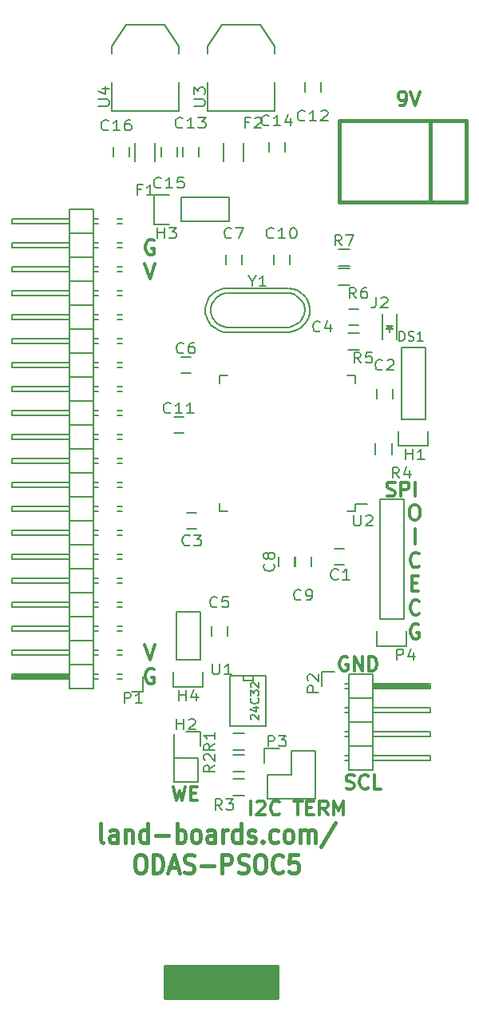
<source format=gbr>
G04 #@! TF.FileFunction,Legend,Top*
%FSLAX46Y46*%
G04 Gerber Fmt 4.6, Leading zero omitted, Abs format (unit mm)*
G04 Created by KiCad (PCBNEW 4.0.1-stable) date 12/18/2016 7:56:37 PM*
%MOMM*%
G01*
G04 APERTURE LIST*
%ADD10C,0.100000*%
%ADD11C,0.300000*%
%ADD12C,0.450000*%
%ADD13C,0.150000*%
%ADD14C,0.127000*%
%ADD15C,0.381000*%
%ADD16C,0.203200*%
%ADD17C,0.635000*%
%ADD18C,0.190500*%
%ADD19C,0.152400*%
G04 APERTURE END LIST*
D10*
D11*
X36128143Y-97198571D02*
X36128143Y-95698571D01*
X36771000Y-95841429D02*
X36842429Y-95770000D01*
X36985286Y-95698571D01*
X37342429Y-95698571D01*
X37485286Y-95770000D01*
X37556715Y-95841429D01*
X37628143Y-95984286D01*
X37628143Y-96127143D01*
X37556715Y-96341429D01*
X36699572Y-97198571D01*
X37628143Y-97198571D01*
X39128143Y-97055714D02*
X39056714Y-97127143D01*
X38842428Y-97198571D01*
X38699571Y-97198571D01*
X38485286Y-97127143D01*
X38342428Y-96984286D01*
X38271000Y-96841429D01*
X38199571Y-96555714D01*
X38199571Y-96341429D01*
X38271000Y-96055714D01*
X38342428Y-95912857D01*
X38485286Y-95770000D01*
X38699571Y-95698571D01*
X38842428Y-95698571D01*
X39056714Y-95770000D01*
X39128143Y-95841429D01*
X40699571Y-95698571D02*
X41556714Y-95698571D01*
X41128143Y-97198571D02*
X41128143Y-95698571D01*
X42056714Y-96412857D02*
X42556714Y-96412857D01*
X42771000Y-97198571D02*
X42056714Y-97198571D01*
X42056714Y-95698571D01*
X42771000Y-95698571D01*
X44271000Y-97198571D02*
X43771000Y-96484286D01*
X43413857Y-97198571D02*
X43413857Y-95698571D01*
X43985285Y-95698571D01*
X44128143Y-95770000D01*
X44199571Y-95841429D01*
X44271000Y-95984286D01*
X44271000Y-96198571D01*
X44199571Y-96341429D01*
X44128143Y-96412857D01*
X43985285Y-96484286D01*
X43413857Y-96484286D01*
X44913857Y-97198571D02*
X44913857Y-95698571D01*
X45413857Y-96770000D01*
X45913857Y-95698571D01*
X45913857Y-97198571D01*
X25815774Y-36299000D02*
X25664583Y-36223405D01*
X25437798Y-36223405D01*
X25211012Y-36299000D01*
X25059821Y-36450190D01*
X24984226Y-36601381D01*
X24908631Y-36903762D01*
X24908631Y-37130548D01*
X24984226Y-37432929D01*
X25059821Y-37584119D01*
X25211012Y-37735310D01*
X25437798Y-37810905D01*
X25588988Y-37810905D01*
X25815774Y-37735310D01*
X25891369Y-37659714D01*
X25891369Y-37130548D01*
X25588988Y-37130548D01*
X24870833Y-38745905D02*
X25400000Y-40333405D01*
X25929167Y-38745905D01*
X50534286Y-63345143D02*
X50748572Y-63416571D01*
X51105715Y-63416571D01*
X51248572Y-63345143D01*
X51320001Y-63273714D01*
X51391429Y-63130857D01*
X51391429Y-62988000D01*
X51320001Y-62845143D01*
X51248572Y-62773714D01*
X51105715Y-62702286D01*
X50820001Y-62630857D01*
X50677143Y-62559429D01*
X50605715Y-62488000D01*
X50534286Y-62345143D01*
X50534286Y-62202286D01*
X50605715Y-62059429D01*
X50677143Y-61988000D01*
X50820001Y-61916571D01*
X51177143Y-61916571D01*
X51391429Y-61988000D01*
X52034286Y-63416571D02*
X52034286Y-61916571D01*
X52605714Y-61916571D01*
X52748572Y-61988000D01*
X52820000Y-62059429D01*
X52891429Y-62202286D01*
X52891429Y-62416571D01*
X52820000Y-62559429D01*
X52748572Y-62630857D01*
X52605714Y-62702286D01*
X52034286Y-62702286D01*
X53534286Y-63416571D02*
X53534286Y-61916571D01*
X53348810Y-64324405D02*
X53651191Y-64324405D01*
X53802382Y-64400000D01*
X53953572Y-64551190D01*
X54029167Y-64853571D01*
X54029167Y-65382738D01*
X53953572Y-65685119D01*
X53802382Y-65836310D01*
X53651191Y-65911905D01*
X53348810Y-65911905D01*
X53197620Y-65836310D01*
X53046429Y-65685119D01*
X52970834Y-65382738D01*
X52970834Y-64853571D01*
X53046429Y-64551190D01*
X53197620Y-64400000D01*
X53348810Y-64324405D01*
X53500000Y-68434405D02*
X53500000Y-66846905D01*
X53991369Y-70805714D02*
X53915774Y-70881310D01*
X53688988Y-70956905D01*
X53537798Y-70956905D01*
X53311012Y-70881310D01*
X53159821Y-70730119D01*
X53084226Y-70578929D01*
X53008631Y-70276548D01*
X53008631Y-70049762D01*
X53084226Y-69747381D01*
X53159821Y-69596190D01*
X53311012Y-69445000D01*
X53537798Y-69369405D01*
X53688988Y-69369405D01*
X53915774Y-69445000D01*
X53991369Y-69520595D01*
X53159821Y-72647857D02*
X53688988Y-72647857D01*
X53915774Y-73479405D02*
X53159821Y-73479405D01*
X53159821Y-71891905D01*
X53915774Y-71891905D01*
X53991369Y-75850714D02*
X53915774Y-75926310D01*
X53688988Y-76001905D01*
X53537798Y-76001905D01*
X53311012Y-75926310D01*
X53159821Y-75775119D01*
X53084226Y-75623929D01*
X53008631Y-75321548D01*
X53008631Y-75094762D01*
X53084226Y-74792381D01*
X53159821Y-74641190D01*
X53311012Y-74490000D01*
X53537798Y-74414405D01*
X53688988Y-74414405D01*
X53915774Y-74490000D01*
X53991369Y-74565595D01*
X53915774Y-77012500D02*
X53764583Y-76936905D01*
X53537798Y-76936905D01*
X53311012Y-77012500D01*
X53159821Y-77163690D01*
X53084226Y-77314881D01*
X53008631Y-77617262D01*
X53008631Y-77844048D01*
X53084226Y-78146429D01*
X53159821Y-78297619D01*
X53311012Y-78448810D01*
X53537798Y-78524405D01*
X53688988Y-78524405D01*
X53915774Y-78448810D01*
X53991369Y-78373214D01*
X53991369Y-77844048D01*
X53688988Y-77844048D01*
X46214286Y-94357143D02*
X46428572Y-94428571D01*
X46785715Y-94428571D01*
X46928572Y-94357143D01*
X47000001Y-94285714D01*
X47071429Y-94142857D01*
X47071429Y-94000000D01*
X47000001Y-93857143D01*
X46928572Y-93785714D01*
X46785715Y-93714286D01*
X46500001Y-93642857D01*
X46357143Y-93571429D01*
X46285715Y-93500000D01*
X46214286Y-93357143D01*
X46214286Y-93214286D01*
X46285715Y-93071429D01*
X46357143Y-93000000D01*
X46500001Y-92928571D01*
X46857143Y-92928571D01*
X47071429Y-93000000D01*
X48571429Y-94285714D02*
X48500000Y-94357143D01*
X48285714Y-94428571D01*
X48142857Y-94428571D01*
X47928572Y-94357143D01*
X47785714Y-94214286D01*
X47714286Y-94071429D01*
X47642857Y-93785714D01*
X47642857Y-93571429D01*
X47714286Y-93285714D01*
X47785714Y-93142857D01*
X47928572Y-93000000D01*
X48142857Y-92928571D01*
X48285714Y-92928571D01*
X48500000Y-93000000D01*
X48571429Y-93071429D01*
X49928572Y-94428571D02*
X49214286Y-94428571D01*
X49214286Y-92928571D01*
X46357143Y-80500000D02*
X46214286Y-80428571D01*
X46000000Y-80428571D01*
X45785715Y-80500000D01*
X45642857Y-80642857D01*
X45571429Y-80785714D01*
X45500000Y-81071429D01*
X45500000Y-81285714D01*
X45571429Y-81571429D01*
X45642857Y-81714286D01*
X45785715Y-81857143D01*
X46000000Y-81928571D01*
X46142857Y-81928571D01*
X46357143Y-81857143D01*
X46428572Y-81785714D01*
X46428572Y-81285714D01*
X46142857Y-81285714D01*
X47071429Y-81928571D02*
X47071429Y-80428571D01*
X47928572Y-81928571D01*
X47928572Y-80428571D01*
X48642858Y-81928571D02*
X48642858Y-80428571D01*
X49000001Y-80428571D01*
X49214286Y-80500000D01*
X49357144Y-80642857D01*
X49428572Y-80785714D01*
X49500001Y-81071429D01*
X49500001Y-81285714D01*
X49428572Y-81571429D01*
X49357144Y-81714286D01*
X49214286Y-81857143D01*
X49000001Y-81928571D01*
X48642858Y-81928571D01*
X27888572Y-94174571D02*
X28245715Y-95674571D01*
X28531429Y-94603143D01*
X28817143Y-95674571D01*
X29174286Y-94174571D01*
X29745715Y-94888857D02*
X30245715Y-94888857D01*
X30460001Y-95674571D02*
X29745715Y-95674571D01*
X29745715Y-94174571D01*
X30460001Y-94174571D01*
X24870833Y-79149405D02*
X25400000Y-80736905D01*
X25929167Y-79149405D01*
X25815774Y-81747500D02*
X25664583Y-81671905D01*
X25437798Y-81671905D01*
X25211012Y-81747500D01*
X25059821Y-81898690D01*
X24984226Y-82049881D01*
X24908631Y-82352262D01*
X24908631Y-82579048D01*
X24984226Y-82881429D01*
X25059821Y-83032619D01*
X25211012Y-83183810D01*
X25437798Y-83259405D01*
X25588988Y-83259405D01*
X25815774Y-83183810D01*
X25891369Y-83108214D01*
X25891369Y-82579048D01*
X25588988Y-82579048D01*
X51903429Y-22014571D02*
X52189144Y-22014571D01*
X52332001Y-21943143D01*
X52403429Y-21871714D01*
X52546287Y-21657429D01*
X52617715Y-21371714D01*
X52617715Y-20800286D01*
X52546287Y-20657429D01*
X52474858Y-20586000D01*
X52332001Y-20514571D01*
X52046287Y-20514571D01*
X51903429Y-20586000D01*
X51832001Y-20657429D01*
X51760572Y-20800286D01*
X51760572Y-21157429D01*
X51832001Y-21300286D01*
X51903429Y-21371714D01*
X52046287Y-21443143D01*
X52332001Y-21443143D01*
X52474858Y-21371714D01*
X52546287Y-21300286D01*
X52617715Y-21157429D01*
X53046286Y-20514571D02*
X53546286Y-22014571D01*
X54046286Y-20514571D01*
D12*
X20469145Y-100117762D02*
X20297717Y-100022524D01*
X20212002Y-99832048D01*
X20212002Y-98117762D01*
X21926288Y-100117762D02*
X21926288Y-99070143D01*
X21840574Y-98879667D01*
X21669145Y-98784429D01*
X21326288Y-98784429D01*
X21154859Y-98879667D01*
X21926288Y-100022524D02*
X21754859Y-100117762D01*
X21326288Y-100117762D01*
X21154859Y-100022524D01*
X21069145Y-99832048D01*
X21069145Y-99641571D01*
X21154859Y-99451095D01*
X21326288Y-99355857D01*
X21754859Y-99355857D01*
X21926288Y-99260619D01*
X22783430Y-98784429D02*
X22783430Y-100117762D01*
X22783430Y-98974905D02*
X22869145Y-98879667D01*
X23040573Y-98784429D01*
X23297716Y-98784429D01*
X23469145Y-98879667D01*
X23554859Y-99070143D01*
X23554859Y-100117762D01*
X25183430Y-100117762D02*
X25183430Y-98117762D01*
X25183430Y-100022524D02*
X25012001Y-100117762D01*
X24669144Y-100117762D01*
X24497716Y-100022524D01*
X24412001Y-99927286D01*
X24326287Y-99736810D01*
X24326287Y-99165381D01*
X24412001Y-98974905D01*
X24497716Y-98879667D01*
X24669144Y-98784429D01*
X25012001Y-98784429D01*
X25183430Y-98879667D01*
X26040572Y-99355857D02*
X27412001Y-99355857D01*
X28269143Y-100117762D02*
X28269143Y-98117762D01*
X28269143Y-98879667D02*
X28440572Y-98784429D01*
X28783429Y-98784429D01*
X28954858Y-98879667D01*
X29040572Y-98974905D01*
X29126286Y-99165381D01*
X29126286Y-99736810D01*
X29040572Y-99927286D01*
X28954858Y-100022524D01*
X28783429Y-100117762D01*
X28440572Y-100117762D01*
X28269143Y-100022524D01*
X30154857Y-100117762D02*
X29983429Y-100022524D01*
X29897714Y-99927286D01*
X29812000Y-99736810D01*
X29812000Y-99165381D01*
X29897714Y-98974905D01*
X29983429Y-98879667D01*
X30154857Y-98784429D01*
X30412000Y-98784429D01*
X30583429Y-98879667D01*
X30669143Y-98974905D01*
X30754857Y-99165381D01*
X30754857Y-99736810D01*
X30669143Y-99927286D01*
X30583429Y-100022524D01*
X30412000Y-100117762D01*
X30154857Y-100117762D01*
X32297714Y-100117762D02*
X32297714Y-99070143D01*
X32212000Y-98879667D01*
X32040571Y-98784429D01*
X31697714Y-98784429D01*
X31526285Y-98879667D01*
X32297714Y-100022524D02*
X32126285Y-100117762D01*
X31697714Y-100117762D01*
X31526285Y-100022524D01*
X31440571Y-99832048D01*
X31440571Y-99641571D01*
X31526285Y-99451095D01*
X31697714Y-99355857D01*
X32126285Y-99355857D01*
X32297714Y-99260619D01*
X33154856Y-100117762D02*
X33154856Y-98784429D01*
X33154856Y-99165381D02*
X33240571Y-98974905D01*
X33326285Y-98879667D01*
X33497714Y-98784429D01*
X33669142Y-98784429D01*
X35040571Y-100117762D02*
X35040571Y-98117762D01*
X35040571Y-100022524D02*
X34869142Y-100117762D01*
X34526285Y-100117762D01*
X34354857Y-100022524D01*
X34269142Y-99927286D01*
X34183428Y-99736810D01*
X34183428Y-99165381D01*
X34269142Y-98974905D01*
X34354857Y-98879667D01*
X34526285Y-98784429D01*
X34869142Y-98784429D01*
X35040571Y-98879667D01*
X35811999Y-100022524D02*
X35983428Y-100117762D01*
X36326285Y-100117762D01*
X36497713Y-100022524D01*
X36583428Y-99832048D01*
X36583428Y-99736810D01*
X36497713Y-99546333D01*
X36326285Y-99451095D01*
X36069142Y-99451095D01*
X35897713Y-99355857D01*
X35811999Y-99165381D01*
X35811999Y-99070143D01*
X35897713Y-98879667D01*
X36069142Y-98784429D01*
X36326285Y-98784429D01*
X36497713Y-98879667D01*
X37354856Y-99927286D02*
X37440571Y-100022524D01*
X37354856Y-100117762D01*
X37269142Y-100022524D01*
X37354856Y-99927286D01*
X37354856Y-100117762D01*
X38983428Y-100022524D02*
X38811999Y-100117762D01*
X38469142Y-100117762D01*
X38297714Y-100022524D01*
X38211999Y-99927286D01*
X38126285Y-99736810D01*
X38126285Y-99165381D01*
X38211999Y-98974905D01*
X38297714Y-98879667D01*
X38469142Y-98784429D01*
X38811999Y-98784429D01*
X38983428Y-98879667D01*
X40011999Y-100117762D02*
X39840571Y-100022524D01*
X39754856Y-99927286D01*
X39669142Y-99736810D01*
X39669142Y-99165381D01*
X39754856Y-98974905D01*
X39840571Y-98879667D01*
X40011999Y-98784429D01*
X40269142Y-98784429D01*
X40440571Y-98879667D01*
X40526285Y-98974905D01*
X40611999Y-99165381D01*
X40611999Y-99736810D01*
X40526285Y-99927286D01*
X40440571Y-100022524D01*
X40269142Y-100117762D01*
X40011999Y-100117762D01*
X41383427Y-100117762D02*
X41383427Y-98784429D01*
X41383427Y-98974905D02*
X41469142Y-98879667D01*
X41640570Y-98784429D01*
X41897713Y-98784429D01*
X42069142Y-98879667D01*
X42154856Y-99070143D01*
X42154856Y-100117762D01*
X42154856Y-99070143D02*
X42240570Y-98879667D01*
X42411999Y-98784429D01*
X42669142Y-98784429D01*
X42840570Y-98879667D01*
X42926285Y-99070143D01*
X42926285Y-100117762D01*
X45069142Y-98022524D02*
X43526285Y-100593952D01*
X24240572Y-101367762D02*
X24583429Y-101367762D01*
X24754857Y-101463000D01*
X24926286Y-101653476D01*
X25012000Y-102034429D01*
X25012000Y-102701095D01*
X24926286Y-103082048D01*
X24754857Y-103272524D01*
X24583429Y-103367762D01*
X24240572Y-103367762D01*
X24069143Y-103272524D01*
X23897714Y-103082048D01*
X23812000Y-102701095D01*
X23812000Y-102034429D01*
X23897714Y-101653476D01*
X24069143Y-101463000D01*
X24240572Y-101367762D01*
X25783428Y-103367762D02*
X25783428Y-101367762D01*
X26212000Y-101367762D01*
X26469143Y-101463000D01*
X26640571Y-101653476D01*
X26726286Y-101843952D01*
X26812000Y-102224905D01*
X26812000Y-102510619D01*
X26726286Y-102891571D01*
X26640571Y-103082048D01*
X26469143Y-103272524D01*
X26212000Y-103367762D01*
X25783428Y-103367762D01*
X27497714Y-102796333D02*
X28354857Y-102796333D01*
X27326286Y-103367762D02*
X27926286Y-101367762D01*
X28526286Y-103367762D01*
X29040571Y-103272524D02*
X29297714Y-103367762D01*
X29726285Y-103367762D01*
X29897714Y-103272524D01*
X29983428Y-103177286D01*
X30069143Y-102986810D01*
X30069143Y-102796333D01*
X29983428Y-102605857D01*
X29897714Y-102510619D01*
X29726285Y-102415381D01*
X29383428Y-102320143D01*
X29212000Y-102224905D01*
X29126285Y-102129667D01*
X29040571Y-101939190D01*
X29040571Y-101748714D01*
X29126285Y-101558238D01*
X29212000Y-101463000D01*
X29383428Y-101367762D01*
X29812000Y-101367762D01*
X30069143Y-101463000D01*
X30840571Y-102605857D02*
X32212000Y-102605857D01*
X33069142Y-103367762D02*
X33069142Y-101367762D01*
X33754857Y-101367762D01*
X33926285Y-101463000D01*
X34012000Y-101558238D01*
X34097714Y-101748714D01*
X34097714Y-102034429D01*
X34012000Y-102224905D01*
X33926285Y-102320143D01*
X33754857Y-102415381D01*
X33069142Y-102415381D01*
X34783428Y-103272524D02*
X35040571Y-103367762D01*
X35469142Y-103367762D01*
X35640571Y-103272524D01*
X35726285Y-103177286D01*
X35812000Y-102986810D01*
X35812000Y-102796333D01*
X35726285Y-102605857D01*
X35640571Y-102510619D01*
X35469142Y-102415381D01*
X35126285Y-102320143D01*
X34954857Y-102224905D01*
X34869142Y-102129667D01*
X34783428Y-101939190D01*
X34783428Y-101748714D01*
X34869142Y-101558238D01*
X34954857Y-101463000D01*
X35126285Y-101367762D01*
X35554857Y-101367762D01*
X35812000Y-101463000D01*
X36926286Y-101367762D02*
X37269143Y-101367762D01*
X37440571Y-101463000D01*
X37612000Y-101653476D01*
X37697714Y-102034429D01*
X37697714Y-102701095D01*
X37612000Y-103082048D01*
X37440571Y-103272524D01*
X37269143Y-103367762D01*
X36926286Y-103367762D01*
X36754857Y-103272524D01*
X36583428Y-103082048D01*
X36497714Y-102701095D01*
X36497714Y-102034429D01*
X36583428Y-101653476D01*
X36754857Y-101463000D01*
X36926286Y-101367762D01*
X39497714Y-103177286D02*
X39412000Y-103272524D01*
X39154857Y-103367762D01*
X38983428Y-103367762D01*
X38726285Y-103272524D01*
X38554857Y-103082048D01*
X38469142Y-102891571D01*
X38383428Y-102510619D01*
X38383428Y-102224905D01*
X38469142Y-101843952D01*
X38554857Y-101653476D01*
X38726285Y-101463000D01*
X38983428Y-101367762D01*
X39154857Y-101367762D01*
X39412000Y-101463000D01*
X39497714Y-101558238D01*
X41126285Y-101367762D02*
X40269142Y-101367762D01*
X40183428Y-102320143D01*
X40269142Y-102224905D01*
X40440571Y-102129667D01*
X40869142Y-102129667D01*
X41040571Y-102224905D01*
X41126285Y-102320143D01*
X41212000Y-102510619D01*
X41212000Y-102986810D01*
X41126285Y-103177286D01*
X41040571Y-103272524D01*
X40869142Y-103367762D01*
X40440571Y-103367762D01*
X40269142Y-103272524D01*
X40183428Y-103177286D01*
D13*
X47180000Y-64960000D02*
X47180000Y-64235000D01*
X32830000Y-64960000D02*
X32830000Y-64160000D01*
X32830000Y-50610000D02*
X32830000Y-51410000D01*
X47180000Y-50610000D02*
X47180000Y-51410000D01*
X47180000Y-64960000D02*
X46380000Y-64960000D01*
X47180000Y-50610000D02*
X46380000Y-50610000D01*
X32830000Y-50610000D02*
X33630000Y-50610000D01*
X32830000Y-64960000D02*
X33630000Y-64960000D01*
X47180000Y-64235000D02*
X48455000Y-64235000D01*
X45966000Y-69000000D02*
X44966000Y-69000000D01*
X44966000Y-70700000D02*
X45966000Y-70700000D01*
X49442000Y-52078000D02*
X49442000Y-53078000D01*
X51142000Y-53078000D02*
X51142000Y-52078000D01*
X29345000Y-66890000D02*
X30345000Y-66890000D01*
X30345000Y-65190000D02*
X29345000Y-65190000D01*
X46490000Y-45300000D02*
X47490000Y-45300000D01*
X47490000Y-43600000D02*
X46490000Y-43600000D01*
X31916000Y-77224000D02*
X31916000Y-78224000D01*
X33616000Y-78224000D02*
X33616000Y-77224000D01*
X28710000Y-50380000D02*
X29710000Y-50380000D01*
X29710000Y-48680000D02*
X28710000Y-48680000D01*
X39028000Y-69858000D02*
X39028000Y-70858000D01*
X40728000Y-70858000D02*
X40728000Y-69858000D01*
X40806000Y-69858000D02*
X40806000Y-70858000D01*
X42506000Y-70858000D02*
X42506000Y-69858000D01*
X28948000Y-55030000D02*
X27948000Y-55030000D01*
X27948000Y-56730000D02*
X28948000Y-56730000D01*
X25967000Y-25924000D02*
X25967000Y-27924000D01*
X23817000Y-27924000D02*
X23817000Y-25924000D01*
X35365000Y-25924000D02*
X35365000Y-27924000D01*
X33215000Y-27924000D02*
X33215000Y-25924000D01*
X54610000Y-55245000D02*
X54610000Y-47625000D01*
X52070000Y-55245000D02*
X52070000Y-47625000D01*
X51790000Y-58065000D02*
X51790000Y-56515000D01*
X54610000Y-47625000D02*
X52070000Y-47625000D01*
X52070000Y-55245000D02*
X54610000Y-55245000D01*
X54890000Y-56515000D02*
X54890000Y-58065000D01*
X54890000Y-58065000D02*
X51790000Y-58065000D01*
X29210000Y-88366000D02*
X30760000Y-88366000D01*
X30760000Y-89916000D02*
X30760000Y-88366000D01*
X27940000Y-88646000D02*
X27940000Y-91186000D01*
X30480000Y-93726000D02*
X30480000Y-91186000D01*
X30480000Y-91186000D02*
X27940000Y-91186000D01*
X27940000Y-91186000D02*
X27940000Y-93726000D01*
X27940000Y-93726000D02*
X30480000Y-93726000D01*
X28702000Y-34290000D02*
X33782000Y-34290000D01*
X33782000Y-34290000D02*
X33782000Y-31750000D01*
X33782000Y-31750000D02*
X28702000Y-31750000D01*
X25882000Y-31470000D02*
X27432000Y-31470000D01*
X28702000Y-31750000D02*
X28702000Y-34290000D01*
X27432000Y-34570000D02*
X25882000Y-34570000D01*
X25882000Y-34570000D02*
X25882000Y-31470000D01*
X30734000Y-80772000D02*
X30734000Y-75692000D01*
X30734000Y-75692000D02*
X28194000Y-75692000D01*
X28194000Y-75692000D02*
X28194000Y-80772000D01*
X27914000Y-83592000D02*
X27914000Y-82042000D01*
X28194000Y-80772000D02*
X30734000Y-80772000D01*
X31014000Y-82042000D02*
X31014000Y-83592000D01*
X31014000Y-83592000D02*
X27914000Y-83592000D01*
X34198000Y-88533000D02*
X35398000Y-88533000D01*
X35398000Y-90283000D02*
X34198000Y-90283000D01*
X34198000Y-90819000D02*
X35398000Y-90819000D01*
X35398000Y-92569000D02*
X34198000Y-92569000D01*
X34198000Y-93359000D02*
X35398000Y-93359000D01*
X35398000Y-95109000D02*
X34198000Y-95109000D01*
X49290000Y-59020000D02*
X49290000Y-57820000D01*
X51040000Y-57820000D02*
X51040000Y-59020000D01*
X47590000Y-47865000D02*
X46390000Y-47865000D01*
X46390000Y-46115000D02*
X47590000Y-46115000D01*
D14*
X34036000Y-82423000D02*
X33909000Y-82423000D01*
X33909000Y-82423000D02*
X33909000Y-87757000D01*
X37719000Y-87757000D02*
X37719000Y-82423000D01*
X37719000Y-82423000D02*
X34036000Y-82423000D01*
X36322000Y-82423000D02*
X36322000Y-82931000D01*
X36322000Y-82931000D02*
X35306000Y-82931000D01*
X35306000Y-82931000D02*
X35306000Y-82423000D01*
X37719000Y-87757000D02*
X33909000Y-87757000D01*
D15*
X58166000Y-32258000D02*
X58928000Y-32258000D01*
X58928000Y-32258000D02*
X58928000Y-23622000D01*
X58928000Y-23622000D02*
X58166000Y-23622000D01*
X55118000Y-32258000D02*
X55118000Y-23622000D01*
X45466000Y-32258000D02*
X45466000Y-23622000D01*
X58166000Y-23622000D02*
X45466000Y-23622000D01*
X58166000Y-32258000D02*
X45466000Y-32258000D01*
D16*
X31496000Y-19558000D02*
X31496000Y-22606000D01*
X31496000Y-22606000D02*
X38608000Y-22606000D01*
X38608000Y-22606000D02*
X38608000Y-19558000D01*
X31496000Y-16510000D02*
X31496000Y-15748000D01*
X31496000Y-15748000D02*
X33020000Y-13462000D01*
X33020000Y-13462000D02*
X37084000Y-13462000D01*
X37084000Y-13462000D02*
X38608000Y-15748000D01*
X38608000Y-15748000D02*
X38608000Y-16510000D01*
X21336000Y-19558000D02*
X21336000Y-22606000D01*
X21336000Y-22606000D02*
X28448000Y-22606000D01*
X28448000Y-22606000D02*
X28448000Y-19558000D01*
X21336000Y-16510000D02*
X21336000Y-15748000D01*
X21336000Y-15748000D02*
X22860000Y-13462000D01*
X22860000Y-13462000D02*
X26924000Y-13462000D01*
X26924000Y-13462000D02*
X28448000Y-15748000D01*
X28448000Y-15748000D02*
X28448000Y-16510000D01*
D13*
X21971000Y-72644000D02*
X22479000Y-72644000D01*
X21971000Y-72136000D02*
X22479000Y-72136000D01*
X21971000Y-70104000D02*
X22479000Y-70104000D01*
X21971000Y-69596000D02*
X22479000Y-69596000D01*
X21971000Y-74676000D02*
X22479000Y-74676000D01*
X21971000Y-75184000D02*
X22479000Y-75184000D01*
X21971000Y-77216000D02*
X22479000Y-77216000D01*
X21971000Y-77724000D02*
X22479000Y-77724000D01*
X21971000Y-79756000D02*
X22479000Y-79756000D01*
X21971000Y-80264000D02*
X22479000Y-80264000D01*
X21971000Y-82296000D02*
X22479000Y-82296000D01*
X21971000Y-82804000D02*
X22479000Y-82804000D01*
X21971000Y-42164000D02*
X22479000Y-42164000D01*
X21971000Y-41656000D02*
X22479000Y-41656000D01*
X21971000Y-39624000D02*
X22479000Y-39624000D01*
X21971000Y-39116000D02*
X22479000Y-39116000D01*
X21971000Y-44196000D02*
X22479000Y-44196000D01*
X21971000Y-44704000D02*
X22479000Y-44704000D01*
X21971000Y-46736000D02*
X22479000Y-46736000D01*
X21971000Y-47244000D02*
X22479000Y-47244000D01*
X21971000Y-37084000D02*
X22479000Y-37084000D01*
X21971000Y-36576000D02*
X22479000Y-36576000D01*
X21971000Y-34544000D02*
X22479000Y-34544000D01*
X21971000Y-34036000D02*
X22479000Y-34036000D01*
X21971000Y-52324000D02*
X22479000Y-52324000D01*
X21971000Y-51816000D02*
X22479000Y-51816000D01*
X21971000Y-49784000D02*
X22479000Y-49784000D01*
X21971000Y-49276000D02*
X22479000Y-49276000D01*
X21971000Y-54356000D02*
X22479000Y-54356000D01*
X21971000Y-54864000D02*
X22479000Y-54864000D01*
X21971000Y-56896000D02*
X22479000Y-56896000D01*
X21971000Y-57404000D02*
X22479000Y-57404000D01*
X21971000Y-67564000D02*
X22479000Y-67564000D01*
X21971000Y-67056000D02*
X22479000Y-67056000D01*
X21971000Y-65024000D02*
X22479000Y-65024000D01*
X21971000Y-64516000D02*
X22479000Y-64516000D01*
X21971000Y-59436000D02*
X22479000Y-59436000D01*
X21971000Y-59944000D02*
X22479000Y-59944000D01*
X21971000Y-61976000D02*
X22479000Y-61976000D01*
X21971000Y-62484000D02*
X22479000Y-62484000D01*
X19431000Y-37084000D02*
X19939000Y-37084000D01*
X19431000Y-36576000D02*
X19939000Y-36576000D01*
X19431000Y-34544000D02*
X19939000Y-34544000D01*
X19431000Y-34036000D02*
X19939000Y-34036000D01*
X19431000Y-39116000D02*
X19939000Y-39116000D01*
X19431000Y-39624000D02*
X19939000Y-39624000D01*
X19431000Y-41656000D02*
X19939000Y-41656000D01*
X19431000Y-42164000D02*
X19939000Y-42164000D01*
X19431000Y-57404000D02*
X19939000Y-57404000D01*
X19431000Y-56896000D02*
X19939000Y-56896000D01*
X19431000Y-54864000D02*
X19939000Y-54864000D01*
X19431000Y-54356000D02*
X19939000Y-54356000D01*
X19431000Y-59436000D02*
X19939000Y-59436000D01*
X19431000Y-59944000D02*
X19939000Y-59944000D01*
X19431000Y-61976000D02*
X19939000Y-61976000D01*
X19431000Y-62484000D02*
X19939000Y-62484000D01*
X19431000Y-52324000D02*
X19939000Y-52324000D01*
X19431000Y-51816000D02*
X19939000Y-51816000D01*
X19431000Y-49784000D02*
X19939000Y-49784000D01*
X19431000Y-49276000D02*
X19939000Y-49276000D01*
X19431000Y-44196000D02*
X19939000Y-44196000D01*
X19431000Y-44704000D02*
X19939000Y-44704000D01*
X19431000Y-46736000D02*
X19939000Y-46736000D01*
X19431000Y-47244000D02*
X19939000Y-47244000D01*
X19431000Y-67564000D02*
X19939000Y-67564000D01*
X19431000Y-67056000D02*
X19939000Y-67056000D01*
X19431000Y-65024000D02*
X19939000Y-65024000D01*
X19431000Y-64516000D02*
X19939000Y-64516000D01*
X19431000Y-69596000D02*
X19939000Y-69596000D01*
X19431000Y-70104000D02*
X19939000Y-70104000D01*
X19431000Y-72136000D02*
X19939000Y-72136000D01*
X19431000Y-72644000D02*
X19939000Y-72644000D01*
X19431000Y-82804000D02*
X19939000Y-82804000D01*
X19431000Y-82296000D02*
X19939000Y-82296000D01*
X19431000Y-80264000D02*
X19939000Y-80264000D01*
X19431000Y-79756000D02*
X19939000Y-79756000D01*
X19431000Y-74676000D02*
X19939000Y-74676000D01*
X19431000Y-75184000D02*
X19939000Y-75184000D01*
X19431000Y-77216000D02*
X19939000Y-77216000D01*
X19431000Y-77724000D02*
X19939000Y-77724000D01*
X23495000Y-84100000D02*
X24645000Y-84100000D01*
X24645000Y-84100000D02*
X24645000Y-82550000D01*
X16891000Y-82677000D02*
X10922000Y-82677000D01*
X10922000Y-82677000D02*
X10922000Y-82423000D01*
X10922000Y-82423000D02*
X16764000Y-82423000D01*
X16764000Y-82423000D02*
X16764000Y-82550000D01*
X16764000Y-82550000D02*
X10922000Y-82550000D01*
X19431000Y-43180000D02*
X16891000Y-43180000D01*
X19431000Y-43180000D02*
X19431000Y-40640000D01*
X19431000Y-40640000D02*
X16891000Y-40640000D01*
X16891000Y-42164000D02*
X10795000Y-42164000D01*
X10795000Y-42164000D02*
X10795000Y-41656000D01*
X10795000Y-41656000D02*
X16891000Y-41656000D01*
X16891000Y-40640000D02*
X16891000Y-43180000D01*
X16891000Y-38100000D02*
X16891000Y-40640000D01*
X10795000Y-39116000D02*
X16891000Y-39116000D01*
X10795000Y-39624000D02*
X10795000Y-39116000D01*
X16891000Y-39624000D02*
X10795000Y-39624000D01*
X19431000Y-38100000D02*
X16891000Y-38100000D01*
X19431000Y-40640000D02*
X19431000Y-38100000D01*
X19431000Y-40640000D02*
X16891000Y-40640000D01*
X19431000Y-35560000D02*
X16891000Y-35560000D01*
X19431000Y-35560000D02*
X19431000Y-33020000D01*
X16891000Y-34544000D02*
X10795000Y-34544000D01*
X10795000Y-34544000D02*
X10795000Y-34036000D01*
X10795000Y-34036000D02*
X16891000Y-34036000D01*
X16891000Y-33020000D02*
X16891000Y-35560000D01*
X16891000Y-35560000D02*
X16891000Y-38100000D01*
X10795000Y-36576000D02*
X16891000Y-36576000D01*
X10795000Y-37084000D02*
X10795000Y-36576000D01*
X16891000Y-37084000D02*
X10795000Y-37084000D01*
X19431000Y-35560000D02*
X16891000Y-35560000D01*
X19431000Y-38100000D02*
X19431000Y-35560000D01*
X19431000Y-38100000D02*
X16891000Y-38100000D01*
X19431000Y-33020000D02*
X16891000Y-33020000D01*
X19431000Y-63500000D02*
X16891000Y-63500000D01*
X19431000Y-63500000D02*
X19431000Y-60960000D01*
X19431000Y-60960000D02*
X16891000Y-60960000D01*
X16891000Y-62484000D02*
X10795000Y-62484000D01*
X10795000Y-62484000D02*
X10795000Y-61976000D01*
X10795000Y-61976000D02*
X16891000Y-61976000D01*
X16891000Y-60960000D02*
X16891000Y-63500000D01*
X16891000Y-58420000D02*
X16891000Y-60960000D01*
X10795000Y-59436000D02*
X16891000Y-59436000D01*
X10795000Y-59944000D02*
X10795000Y-59436000D01*
X16891000Y-59944000D02*
X10795000Y-59944000D01*
X19431000Y-58420000D02*
X16891000Y-58420000D01*
X19431000Y-60960000D02*
X19431000Y-58420000D01*
X19431000Y-60960000D02*
X16891000Y-60960000D01*
X19431000Y-55880000D02*
X16891000Y-55880000D01*
X19431000Y-55880000D02*
X19431000Y-53340000D01*
X19431000Y-53340000D02*
X16891000Y-53340000D01*
X16891000Y-54864000D02*
X10795000Y-54864000D01*
X10795000Y-54864000D02*
X10795000Y-54356000D01*
X10795000Y-54356000D02*
X16891000Y-54356000D01*
X16891000Y-53340000D02*
X16891000Y-55880000D01*
X16891000Y-55880000D02*
X16891000Y-58420000D01*
X10795000Y-56896000D02*
X16891000Y-56896000D01*
X10795000Y-57404000D02*
X10795000Y-56896000D01*
X16891000Y-57404000D02*
X10795000Y-57404000D01*
X19431000Y-55880000D02*
X16891000Y-55880000D01*
X19431000Y-58420000D02*
X19431000Y-55880000D01*
X19431000Y-58420000D02*
X16891000Y-58420000D01*
X19431000Y-48260000D02*
X16891000Y-48260000D01*
X19431000Y-48260000D02*
X19431000Y-45720000D01*
X19431000Y-45720000D02*
X16891000Y-45720000D01*
X16891000Y-47244000D02*
X10795000Y-47244000D01*
X10795000Y-47244000D02*
X10795000Y-46736000D01*
X10795000Y-46736000D02*
X16891000Y-46736000D01*
X16891000Y-45720000D02*
X16891000Y-48260000D01*
X16891000Y-43180000D02*
X16891000Y-45720000D01*
X10795000Y-44196000D02*
X16891000Y-44196000D01*
X10795000Y-44704000D02*
X10795000Y-44196000D01*
X16891000Y-44704000D02*
X10795000Y-44704000D01*
X19431000Y-43180000D02*
X16891000Y-43180000D01*
X19431000Y-45720000D02*
X19431000Y-43180000D01*
X19431000Y-45720000D02*
X16891000Y-45720000D01*
X19431000Y-50800000D02*
X16891000Y-50800000D01*
X19431000Y-50800000D02*
X19431000Y-48260000D01*
X19431000Y-48260000D02*
X16891000Y-48260000D01*
X16891000Y-49784000D02*
X10795000Y-49784000D01*
X10795000Y-49784000D02*
X10795000Y-49276000D01*
X10795000Y-49276000D02*
X16891000Y-49276000D01*
X16891000Y-48260000D02*
X16891000Y-50800000D01*
X16891000Y-50800000D02*
X16891000Y-53340000D01*
X10795000Y-51816000D02*
X16891000Y-51816000D01*
X10795000Y-52324000D02*
X10795000Y-51816000D01*
X16891000Y-52324000D02*
X10795000Y-52324000D01*
X19431000Y-50800000D02*
X16891000Y-50800000D01*
X19431000Y-53340000D02*
X19431000Y-50800000D01*
X19431000Y-53340000D02*
X16891000Y-53340000D01*
X19431000Y-73660000D02*
X16891000Y-73660000D01*
X19431000Y-73660000D02*
X19431000Y-71120000D01*
X19431000Y-71120000D02*
X16891000Y-71120000D01*
X16891000Y-72644000D02*
X10795000Y-72644000D01*
X10795000Y-72644000D02*
X10795000Y-72136000D01*
X10795000Y-72136000D02*
X16891000Y-72136000D01*
X16891000Y-71120000D02*
X16891000Y-73660000D01*
X16891000Y-68580000D02*
X16891000Y-71120000D01*
X10795000Y-69596000D02*
X16891000Y-69596000D01*
X10795000Y-70104000D02*
X10795000Y-69596000D01*
X16891000Y-70104000D02*
X10795000Y-70104000D01*
X19431000Y-68580000D02*
X16891000Y-68580000D01*
X19431000Y-71120000D02*
X19431000Y-68580000D01*
X19431000Y-71120000D02*
X16891000Y-71120000D01*
X19431000Y-66040000D02*
X16891000Y-66040000D01*
X19431000Y-66040000D02*
X19431000Y-63500000D01*
X19431000Y-63500000D02*
X16891000Y-63500000D01*
X16891000Y-65024000D02*
X10795000Y-65024000D01*
X10795000Y-65024000D02*
X10795000Y-64516000D01*
X10795000Y-64516000D02*
X16891000Y-64516000D01*
X16891000Y-63500000D02*
X16891000Y-66040000D01*
X16891000Y-66040000D02*
X16891000Y-68580000D01*
X10795000Y-67056000D02*
X16891000Y-67056000D01*
X10795000Y-67564000D02*
X10795000Y-67056000D01*
X16891000Y-67564000D02*
X10795000Y-67564000D01*
X19431000Y-66040000D02*
X16891000Y-66040000D01*
X19431000Y-68580000D02*
X19431000Y-66040000D01*
X19431000Y-68580000D02*
X16891000Y-68580000D01*
X19431000Y-78740000D02*
X16891000Y-78740000D01*
X19431000Y-78740000D02*
X19431000Y-76200000D01*
X19431000Y-76200000D02*
X16891000Y-76200000D01*
X16891000Y-77724000D02*
X10795000Y-77724000D01*
X10795000Y-77724000D02*
X10795000Y-77216000D01*
X10795000Y-77216000D02*
X16891000Y-77216000D01*
X16891000Y-76200000D02*
X16891000Y-78740000D01*
X16891000Y-73660000D02*
X16891000Y-76200000D01*
X10795000Y-74676000D02*
X16891000Y-74676000D01*
X10795000Y-75184000D02*
X10795000Y-74676000D01*
X16891000Y-75184000D02*
X10795000Y-75184000D01*
X19431000Y-73660000D02*
X16891000Y-73660000D01*
X19431000Y-76200000D02*
X19431000Y-73660000D01*
X19431000Y-76200000D02*
X16891000Y-76200000D01*
X19431000Y-81280000D02*
X16891000Y-81280000D01*
X19431000Y-81280000D02*
X19431000Y-78740000D01*
X19431000Y-78740000D02*
X16891000Y-78740000D01*
X16891000Y-80264000D02*
X10795000Y-80264000D01*
X10795000Y-80264000D02*
X10795000Y-79756000D01*
X10795000Y-79756000D02*
X16891000Y-79756000D01*
X16891000Y-78740000D02*
X16891000Y-81280000D01*
X16891000Y-81280000D02*
X16891000Y-83820000D01*
X10795000Y-82296000D02*
X16891000Y-82296000D01*
X10795000Y-82804000D02*
X10795000Y-82296000D01*
X16891000Y-82804000D02*
X10795000Y-82804000D01*
X19431000Y-81280000D02*
X16891000Y-81280000D01*
X19431000Y-83820000D02*
X19431000Y-81280000D01*
X19431000Y-83820000D02*
X16891000Y-83820000D01*
X35140000Y-38854000D02*
X35140000Y-37854000D01*
X33440000Y-37854000D02*
X33440000Y-38854000D01*
X40220000Y-38854000D02*
X40220000Y-37854000D01*
X38520000Y-37854000D02*
X38520000Y-38854000D01*
X45374000Y-39257000D02*
X46574000Y-39257000D01*
X46574000Y-41007000D02*
X45374000Y-41007000D01*
X45374000Y-37225000D02*
X46574000Y-37225000D01*
X46574000Y-38975000D02*
X45374000Y-38975000D01*
X41529000Y-42687240D02*
X41729660Y-43088560D01*
X41729660Y-43088560D02*
X41831260Y-43688000D01*
X41831260Y-43688000D02*
X41729660Y-44188380D01*
X41729660Y-44188380D02*
X41330880Y-44886880D01*
X41330880Y-44886880D02*
X40728900Y-45288200D01*
X40728900Y-45288200D02*
X40129460Y-45488860D01*
X40129460Y-45488860D02*
X33530540Y-45488860D01*
X33530540Y-45488860D02*
X32829500Y-45288200D01*
X32829500Y-45288200D02*
X32430720Y-44988480D01*
X32430720Y-44988480D02*
X32029400Y-44488100D01*
X32029400Y-44488100D02*
X31828740Y-43888660D01*
X31828740Y-43888660D02*
X31828740Y-43388280D01*
X31828740Y-43388280D02*
X32029400Y-42887900D01*
X32029400Y-42887900D02*
X32529780Y-42288460D01*
X32529780Y-42288460D02*
X33030160Y-41988740D01*
X33030160Y-41988740D02*
X33530540Y-41887140D01*
X33629600Y-41887140D02*
X40231060Y-41887140D01*
X40231060Y-41887140D02*
X40629840Y-41988740D01*
X40629840Y-41988740D02*
X41130220Y-42288460D01*
X41130220Y-42288460D02*
X41630600Y-42788840D01*
X33639760Y-41358820D02*
X33180020Y-41407080D01*
X33180020Y-41407080D02*
X32781240Y-41518840D01*
X32781240Y-41518840D02*
X32349440Y-41737280D01*
X32349440Y-41737280D02*
X32059880Y-41968420D01*
X32059880Y-41968420D02*
X31729680Y-42318940D01*
X31729680Y-42318940D02*
X31440120Y-42857420D01*
X31440120Y-42857420D02*
X31310580Y-43456860D01*
X31310580Y-43456860D02*
X31310580Y-43967400D01*
X31310580Y-43967400D02*
X31480760Y-44668440D01*
X31480760Y-44668440D02*
X31879540Y-45257720D01*
X31879540Y-45257720D02*
X32339280Y-45628560D01*
X32339280Y-45628560D02*
X32760920Y-45836840D01*
X32760920Y-45836840D02*
X33210500Y-45996860D01*
X33210500Y-45996860D02*
X33649920Y-46027340D01*
X40990520Y-45808900D02*
X41368980Y-45587920D01*
X41368980Y-45587920D02*
X41689020Y-45308520D01*
X41689020Y-45308520D02*
X41940480Y-44978320D01*
X41940480Y-44978320D02*
X42240200Y-44427140D01*
X42240200Y-44427140D02*
X42349420Y-43957240D01*
X42349420Y-43957240D02*
X42369740Y-43497500D01*
X42369740Y-43497500D02*
X42280840Y-43037760D01*
X42280840Y-43037760D02*
X42090340Y-42588180D01*
X42090340Y-42588180D02*
X41729660Y-42118280D01*
X41729660Y-42118280D02*
X41379140Y-41798240D01*
X41379140Y-41798240D02*
X40990520Y-41567100D01*
X40990520Y-41567100D02*
X40561260Y-41427400D01*
X40561260Y-41427400D02*
X40119300Y-41358820D01*
X33629600Y-46017180D02*
X40081200Y-46017180D01*
X40081200Y-46017180D02*
X40500300Y-45979080D01*
X40500300Y-45979080D02*
X40990520Y-45808900D01*
X33629600Y-41358820D02*
X40081200Y-41358820D01*
X41822000Y-19566000D02*
X41822000Y-20566000D01*
X43522000Y-20566000D02*
X43522000Y-19566000D01*
X30568000Y-27424000D02*
X30568000Y-26424000D01*
X28868000Y-26424000D02*
X28868000Y-27424000D01*
X39712000Y-26916000D02*
X39712000Y-25916000D01*
X38012000Y-25916000D02*
X38012000Y-26916000D01*
X28282000Y-27424000D02*
X28282000Y-26424000D01*
X26582000Y-26424000D02*
X26582000Y-27424000D01*
X23202000Y-27424000D02*
X23202000Y-26424000D01*
X21502000Y-26424000D02*
X21502000Y-27424000D01*
X43658000Y-82016000D02*
X43658000Y-83566000D01*
X44958000Y-82016000D02*
X43658000Y-82016000D01*
X49149000Y-83439000D02*
X54991000Y-83439000D01*
X54991000Y-83439000D02*
X54991000Y-83693000D01*
X54991000Y-83693000D02*
X49149000Y-83693000D01*
X49149000Y-83693000D02*
X49149000Y-83566000D01*
X49149000Y-83566000D02*
X54991000Y-83566000D01*
X46482000Y-83312000D02*
X46101000Y-83312000D01*
X46482000Y-83820000D02*
X46101000Y-83820000D01*
X46482000Y-85852000D02*
X46101000Y-85852000D01*
X46482000Y-86360000D02*
X46101000Y-86360000D01*
X46482000Y-88392000D02*
X46101000Y-88392000D01*
X46482000Y-88900000D02*
X46101000Y-88900000D01*
X46482000Y-91440000D02*
X46101000Y-91440000D01*
X46482000Y-90932000D02*
X46101000Y-90932000D01*
X46482000Y-82296000D02*
X49022000Y-82296000D01*
X46482000Y-84836000D02*
X49022000Y-84836000D01*
X46482000Y-84836000D02*
X46482000Y-87376000D01*
X46482000Y-87376000D02*
X49022000Y-87376000D01*
X49022000Y-85852000D02*
X55118000Y-85852000D01*
X55118000Y-85852000D02*
X55118000Y-86360000D01*
X55118000Y-86360000D02*
X49022000Y-86360000D01*
X49022000Y-87376000D02*
X49022000Y-84836000D01*
X49022000Y-84836000D02*
X49022000Y-82296000D01*
X55118000Y-83820000D02*
X49022000Y-83820000D01*
X55118000Y-83312000D02*
X55118000Y-83820000D01*
X49022000Y-83312000D02*
X55118000Y-83312000D01*
X46482000Y-84836000D02*
X49022000Y-84836000D01*
X46482000Y-82296000D02*
X46482000Y-84836000D01*
X46482000Y-89916000D02*
X49022000Y-89916000D01*
X46482000Y-89916000D02*
X46482000Y-92456000D01*
X46482000Y-92456000D02*
X49022000Y-92456000D01*
X49022000Y-90932000D02*
X55118000Y-90932000D01*
X55118000Y-90932000D02*
X55118000Y-91440000D01*
X55118000Y-91440000D02*
X49022000Y-91440000D01*
X49022000Y-92456000D02*
X49022000Y-89916000D01*
X49022000Y-89916000D02*
X49022000Y-87376000D01*
X55118000Y-88900000D02*
X49022000Y-88900000D01*
X55118000Y-88392000D02*
X55118000Y-88900000D01*
X49022000Y-88392000D02*
X55118000Y-88392000D01*
X46482000Y-89916000D02*
X49022000Y-89916000D01*
X46482000Y-87376000D02*
X46482000Y-89916000D01*
X46482000Y-87376000D02*
X49022000Y-87376000D01*
X37566000Y-91694000D02*
X37566000Y-90144000D01*
X39116000Y-90144000D02*
X37566000Y-90144000D01*
X37846000Y-92964000D02*
X40386000Y-92964000D01*
X40386000Y-92964000D02*
X40386000Y-90424000D01*
X40386000Y-90424000D02*
X42926000Y-90424000D01*
X42926000Y-90424000D02*
X42926000Y-95504000D01*
X42926000Y-95504000D02*
X37846000Y-95504000D01*
X37846000Y-95504000D02*
X37846000Y-92964000D01*
X49784000Y-76454000D02*
X49784000Y-63754000D01*
X49784000Y-63754000D02*
X52324000Y-63754000D01*
X52324000Y-63754000D02*
X52324000Y-76454000D01*
X49504000Y-79274000D02*
X49504000Y-77724000D01*
X49784000Y-76454000D02*
X52324000Y-76454000D01*
X52604000Y-77724000D02*
X52604000Y-79274000D01*
X52604000Y-79274000D02*
X49504000Y-79274000D01*
X50050000Y-44120000D02*
X50050000Y-46820000D01*
X51550000Y-44120000D02*
X51550000Y-46820000D01*
X50650000Y-45620000D02*
X50900000Y-45620000D01*
X50900000Y-45620000D02*
X50750000Y-45470000D01*
X51150000Y-45370000D02*
X50450000Y-45370000D01*
X50800000Y-45720000D02*
X50800000Y-46070000D01*
X50800000Y-45370000D02*
X51150000Y-45720000D01*
X51150000Y-45720000D02*
X50450000Y-45720000D01*
X50450000Y-45720000D02*
X50800000Y-45370000D01*
D17*
X27166000Y-113780001D02*
X38596000Y-113780001D01*
X38596000Y-113780001D02*
X38596000Y-114415001D01*
X38596000Y-114415001D02*
X27166000Y-114415001D01*
X27166000Y-114415001D02*
X27166000Y-115050001D01*
X27166000Y-115050001D02*
X38723000Y-115050001D01*
X38723000Y-115050001D02*
X38723000Y-115685001D01*
X38723000Y-115685001D02*
X27166000Y-115685001D01*
X27166000Y-115685001D02*
X27166000Y-116193001D01*
X27166000Y-116193001D02*
X38596000Y-116193001D01*
D15*
X38850000Y-113272001D02*
X27039000Y-113272001D01*
X27039000Y-113272001D02*
X27039000Y-116574001D01*
X27039000Y-116574001D02*
X38850000Y-116574001D01*
X38850000Y-116574001D02*
X38850000Y-113272001D01*
D18*
X47038381Y-65414071D02*
X47038381Y-66339357D01*
X47098857Y-66448214D01*
X47159333Y-66502643D01*
X47280286Y-66557071D01*
X47522190Y-66557071D01*
X47643143Y-66502643D01*
X47703619Y-66448214D01*
X47764095Y-66339357D01*
X47764095Y-65414071D01*
X48308381Y-65522929D02*
X48368857Y-65468500D01*
X48489809Y-65414071D01*
X48792190Y-65414071D01*
X48913143Y-65468500D01*
X48973619Y-65522929D01*
X49034095Y-65631786D01*
X49034095Y-65740643D01*
X48973619Y-65903929D01*
X48247905Y-66557071D01*
X49034095Y-66557071D01*
X45381333Y-72163214D02*
X45320857Y-72217643D01*
X45139428Y-72272071D01*
X45018476Y-72272071D01*
X44837048Y-72217643D01*
X44716095Y-72108786D01*
X44655619Y-71999929D01*
X44595143Y-71782214D01*
X44595143Y-71618929D01*
X44655619Y-71401214D01*
X44716095Y-71292357D01*
X44837048Y-71183500D01*
X45018476Y-71129071D01*
X45139428Y-71129071D01*
X45320857Y-71183500D01*
X45381333Y-71237929D01*
X46590857Y-72272071D02*
X45865143Y-72272071D01*
X46228000Y-72272071D02*
X46228000Y-71129071D01*
X46107048Y-71292357D01*
X45986095Y-71401214D01*
X45865143Y-71455643D01*
X50080333Y-49938214D02*
X50019857Y-49992643D01*
X49838428Y-50047071D01*
X49717476Y-50047071D01*
X49536048Y-49992643D01*
X49415095Y-49883786D01*
X49354619Y-49774929D01*
X49294143Y-49557214D01*
X49294143Y-49393929D01*
X49354619Y-49176214D01*
X49415095Y-49067357D01*
X49536048Y-48958500D01*
X49717476Y-48904071D01*
X49838428Y-48904071D01*
X50019857Y-48958500D01*
X50080333Y-49012929D01*
X50564143Y-49012929D02*
X50624619Y-48958500D01*
X50745571Y-48904071D01*
X51047952Y-48904071D01*
X51168905Y-48958500D01*
X51229381Y-49012929D01*
X51289857Y-49121786D01*
X51289857Y-49230643D01*
X51229381Y-49393929D01*
X50503667Y-50047071D01*
X51289857Y-50047071D01*
X29633333Y-68548214D02*
X29572857Y-68602643D01*
X29391428Y-68657071D01*
X29270476Y-68657071D01*
X29089048Y-68602643D01*
X28968095Y-68493786D01*
X28907619Y-68384929D01*
X28847143Y-68167214D01*
X28847143Y-68003929D01*
X28907619Y-67786214D01*
X28968095Y-67677357D01*
X29089048Y-67568500D01*
X29270476Y-67514071D01*
X29391428Y-67514071D01*
X29572857Y-67568500D01*
X29633333Y-67622929D01*
X30056667Y-67514071D02*
X30842857Y-67514071D01*
X30419524Y-67949500D01*
X30600952Y-67949500D01*
X30721905Y-68003929D01*
X30782381Y-68058357D01*
X30842857Y-68167214D01*
X30842857Y-68439357D01*
X30782381Y-68548214D01*
X30721905Y-68602643D01*
X30600952Y-68657071D01*
X30238095Y-68657071D01*
X30117143Y-68602643D01*
X30056667Y-68548214D01*
X43476333Y-45874214D02*
X43415857Y-45928643D01*
X43234428Y-45983071D01*
X43113476Y-45983071D01*
X42932048Y-45928643D01*
X42811095Y-45819786D01*
X42750619Y-45710929D01*
X42690143Y-45493214D01*
X42690143Y-45329929D01*
X42750619Y-45112214D01*
X42811095Y-45003357D01*
X42932048Y-44894500D01*
X43113476Y-44840071D01*
X43234428Y-44840071D01*
X43415857Y-44894500D01*
X43476333Y-44948929D01*
X44564905Y-45221071D02*
X44564905Y-45983071D01*
X44262524Y-44785643D02*
X43960143Y-45602071D01*
X44746333Y-45602071D01*
X32554333Y-75084214D02*
X32493857Y-75138643D01*
X32312428Y-75193071D01*
X32191476Y-75193071D01*
X32010048Y-75138643D01*
X31889095Y-75029786D01*
X31828619Y-74920929D01*
X31768143Y-74703214D01*
X31768143Y-74539929D01*
X31828619Y-74322214D01*
X31889095Y-74213357D01*
X32010048Y-74104500D01*
X32191476Y-74050071D01*
X32312428Y-74050071D01*
X32493857Y-74104500D01*
X32554333Y-74158929D01*
X33703381Y-74050071D02*
X33098619Y-74050071D01*
X33038143Y-74594357D01*
X33098619Y-74539929D01*
X33219571Y-74485500D01*
X33521952Y-74485500D01*
X33642905Y-74539929D01*
X33703381Y-74594357D01*
X33763857Y-74703214D01*
X33763857Y-74975357D01*
X33703381Y-75084214D01*
X33642905Y-75138643D01*
X33521952Y-75193071D01*
X33219571Y-75193071D01*
X33098619Y-75138643D01*
X33038143Y-75084214D01*
X28998333Y-48160214D02*
X28937857Y-48214643D01*
X28756428Y-48269071D01*
X28635476Y-48269071D01*
X28454048Y-48214643D01*
X28333095Y-48105786D01*
X28272619Y-47996929D01*
X28212143Y-47779214D01*
X28212143Y-47615929D01*
X28272619Y-47398214D01*
X28333095Y-47289357D01*
X28454048Y-47180500D01*
X28635476Y-47126071D01*
X28756428Y-47126071D01*
X28937857Y-47180500D01*
X28998333Y-47234929D01*
X30086905Y-47126071D02*
X29845000Y-47126071D01*
X29724048Y-47180500D01*
X29663571Y-47234929D01*
X29542619Y-47398214D01*
X29482143Y-47615929D01*
X29482143Y-48051357D01*
X29542619Y-48160214D01*
X29603095Y-48214643D01*
X29724048Y-48269071D01*
X29965952Y-48269071D01*
X30086905Y-48214643D01*
X30147381Y-48160214D01*
X30207857Y-48051357D01*
X30207857Y-47779214D01*
X30147381Y-47670357D01*
X30086905Y-47615929D01*
X29965952Y-47561500D01*
X29724048Y-47561500D01*
X29603095Y-47615929D01*
X29542619Y-47670357D01*
X29482143Y-47779214D01*
X38508214Y-70569667D02*
X38562643Y-70630143D01*
X38617071Y-70811572D01*
X38617071Y-70932524D01*
X38562643Y-71113952D01*
X38453786Y-71234905D01*
X38344929Y-71295381D01*
X38127214Y-71355857D01*
X37963929Y-71355857D01*
X37746214Y-71295381D01*
X37637357Y-71234905D01*
X37528500Y-71113952D01*
X37474071Y-70932524D01*
X37474071Y-70811572D01*
X37528500Y-70630143D01*
X37582929Y-70569667D01*
X37963929Y-69843952D02*
X37909500Y-69964905D01*
X37855071Y-70025381D01*
X37746214Y-70085857D01*
X37691786Y-70085857D01*
X37582929Y-70025381D01*
X37528500Y-69964905D01*
X37474071Y-69843952D01*
X37474071Y-69602048D01*
X37528500Y-69481095D01*
X37582929Y-69420619D01*
X37691786Y-69360143D01*
X37746214Y-69360143D01*
X37855071Y-69420619D01*
X37909500Y-69481095D01*
X37963929Y-69602048D01*
X37963929Y-69843952D01*
X38018357Y-69964905D01*
X38072786Y-70025381D01*
X38181643Y-70085857D01*
X38399357Y-70085857D01*
X38508214Y-70025381D01*
X38562643Y-69964905D01*
X38617071Y-69843952D01*
X38617071Y-69602048D01*
X38562643Y-69481095D01*
X38508214Y-69420619D01*
X38399357Y-69360143D01*
X38181643Y-69360143D01*
X38072786Y-69420619D01*
X38018357Y-69481095D01*
X37963929Y-69602048D01*
X41444333Y-74322214D02*
X41383857Y-74376643D01*
X41202428Y-74431071D01*
X41081476Y-74431071D01*
X40900048Y-74376643D01*
X40779095Y-74267786D01*
X40718619Y-74158929D01*
X40658143Y-73941214D01*
X40658143Y-73777929D01*
X40718619Y-73560214D01*
X40779095Y-73451357D01*
X40900048Y-73342500D01*
X41081476Y-73288071D01*
X41202428Y-73288071D01*
X41383857Y-73342500D01*
X41444333Y-73396929D01*
X42049095Y-74431071D02*
X42291000Y-74431071D01*
X42411952Y-74376643D01*
X42472428Y-74322214D01*
X42593381Y-74158929D01*
X42653857Y-73941214D01*
X42653857Y-73505786D01*
X42593381Y-73396929D01*
X42532905Y-73342500D01*
X42411952Y-73288071D01*
X42170048Y-73288071D01*
X42049095Y-73342500D01*
X41988619Y-73396929D01*
X41928143Y-73505786D01*
X41928143Y-73777929D01*
X41988619Y-73886786D01*
X42049095Y-73941214D01*
X42170048Y-73995643D01*
X42411952Y-73995643D01*
X42532905Y-73941214D01*
X42593381Y-73886786D01*
X42653857Y-73777929D01*
X27631571Y-54510214D02*
X27571095Y-54564643D01*
X27389666Y-54619071D01*
X27268714Y-54619071D01*
X27087286Y-54564643D01*
X26966333Y-54455786D01*
X26905857Y-54346929D01*
X26845381Y-54129214D01*
X26845381Y-53965929D01*
X26905857Y-53748214D01*
X26966333Y-53639357D01*
X27087286Y-53530500D01*
X27268714Y-53476071D01*
X27389666Y-53476071D01*
X27571095Y-53530500D01*
X27631571Y-53584929D01*
X28841095Y-54619071D02*
X28115381Y-54619071D01*
X28478238Y-54619071D02*
X28478238Y-53476071D01*
X28357286Y-53639357D01*
X28236333Y-53748214D01*
X28115381Y-53802643D01*
X30050619Y-54619071D02*
X29324905Y-54619071D01*
X29687762Y-54619071D02*
X29687762Y-53476071D01*
X29566810Y-53639357D01*
X29445857Y-53748214D01*
X29324905Y-53802643D01*
X24468667Y-30906357D02*
X24045334Y-30906357D01*
X24045334Y-31505071D02*
X24045334Y-30362071D01*
X24650096Y-30362071D01*
X25799143Y-31505071D02*
X25073429Y-31505071D01*
X25436286Y-31505071D02*
X25436286Y-30362071D01*
X25315334Y-30525357D01*
X25194381Y-30634214D01*
X25073429Y-30688643D01*
X35898667Y-23794357D02*
X35475334Y-23794357D01*
X35475334Y-24393071D02*
X35475334Y-23250071D01*
X36080096Y-23250071D01*
X36503429Y-23358929D02*
X36563905Y-23304500D01*
X36684857Y-23250071D01*
X36987238Y-23250071D01*
X37108191Y-23304500D01*
X37168667Y-23358929D01*
X37229143Y-23467786D01*
X37229143Y-23576643D01*
X37168667Y-23739929D01*
X36442953Y-24393071D01*
X37229143Y-24393071D01*
X52532381Y-59517071D02*
X52532381Y-58374071D01*
X52532381Y-58918357D02*
X53258095Y-58918357D01*
X53258095Y-59517071D02*
X53258095Y-58374071D01*
X54528095Y-59517071D02*
X53802381Y-59517071D01*
X54165238Y-59517071D02*
X54165238Y-58374071D01*
X54044286Y-58537357D01*
X53923333Y-58646214D01*
X53802381Y-58700643D01*
X28242381Y-88147071D02*
X28242381Y-87004071D01*
X28242381Y-87548357D02*
X28968095Y-87548357D01*
X28968095Y-88147071D02*
X28968095Y-87004071D01*
X29512381Y-87112929D02*
X29572857Y-87058500D01*
X29693809Y-87004071D01*
X29996190Y-87004071D01*
X30117143Y-87058500D01*
X30177619Y-87112929D01*
X30238095Y-87221786D01*
X30238095Y-87330643D01*
X30177619Y-87493929D01*
X29451905Y-88147071D01*
X30238095Y-88147071D01*
X26210381Y-36077071D02*
X26210381Y-34934071D01*
X26210381Y-35478357D02*
X26936095Y-35478357D01*
X26936095Y-36077071D02*
X26936095Y-34934071D01*
X27419905Y-34934071D02*
X28206095Y-34934071D01*
X27782762Y-35369500D01*
X27964190Y-35369500D01*
X28085143Y-35423929D01*
X28145619Y-35478357D01*
X28206095Y-35587214D01*
X28206095Y-35859357D01*
X28145619Y-35968214D01*
X28085143Y-36022643D01*
X27964190Y-36077071D01*
X27601333Y-36077071D01*
X27480381Y-36022643D01*
X27419905Y-35968214D01*
X28496381Y-85099071D02*
X28496381Y-83956071D01*
X28496381Y-84500357D02*
X29222095Y-84500357D01*
X29222095Y-85099071D02*
X29222095Y-83956071D01*
X30371143Y-84337071D02*
X30371143Y-85099071D01*
X30068762Y-83901643D02*
X29766381Y-84718071D01*
X30552571Y-84718071D01*
X32267071Y-89619667D02*
X31722786Y-90043000D01*
X32267071Y-90345381D02*
X31124071Y-90345381D01*
X31124071Y-89861572D01*
X31178500Y-89740619D01*
X31232929Y-89680143D01*
X31341786Y-89619667D01*
X31505071Y-89619667D01*
X31613929Y-89680143D01*
X31668357Y-89740619D01*
X31722786Y-89861572D01*
X31722786Y-90345381D01*
X32267071Y-88410143D02*
X32267071Y-89135857D01*
X32267071Y-88773000D02*
X31124071Y-88773000D01*
X31287357Y-88893952D01*
X31396214Y-89014905D01*
X31450643Y-89135857D01*
X32267071Y-91905667D02*
X31722786Y-92329000D01*
X32267071Y-92631381D02*
X31124071Y-92631381D01*
X31124071Y-92147572D01*
X31178500Y-92026619D01*
X31232929Y-91966143D01*
X31341786Y-91905667D01*
X31505071Y-91905667D01*
X31613929Y-91966143D01*
X31668357Y-92026619D01*
X31722786Y-92147572D01*
X31722786Y-92631381D01*
X31232929Y-91421857D02*
X31178500Y-91361381D01*
X31124071Y-91240429D01*
X31124071Y-90938048D01*
X31178500Y-90817095D01*
X31232929Y-90756619D01*
X31341786Y-90696143D01*
X31450643Y-90696143D01*
X31613929Y-90756619D01*
X32267071Y-91482333D01*
X32267071Y-90696143D01*
X33062333Y-96656071D02*
X32639000Y-96111786D01*
X32336619Y-96656071D02*
X32336619Y-95513071D01*
X32820428Y-95513071D01*
X32941381Y-95567500D01*
X33001857Y-95621929D01*
X33062333Y-95730786D01*
X33062333Y-95894071D01*
X33001857Y-96002929D01*
X32941381Y-96057357D01*
X32820428Y-96111786D01*
X32336619Y-96111786D01*
X33485667Y-95513071D02*
X34271857Y-95513071D01*
X33848524Y-95948500D01*
X34029952Y-95948500D01*
X34150905Y-96002929D01*
X34211381Y-96057357D01*
X34271857Y-96166214D01*
X34271857Y-96438357D01*
X34211381Y-96547214D01*
X34150905Y-96601643D01*
X34029952Y-96656071D01*
X33667095Y-96656071D01*
X33546143Y-96601643D01*
X33485667Y-96547214D01*
X51858333Y-61477071D02*
X51435000Y-60932786D01*
X51132619Y-61477071D02*
X51132619Y-60334071D01*
X51616428Y-60334071D01*
X51737381Y-60388500D01*
X51797857Y-60442929D01*
X51858333Y-60551786D01*
X51858333Y-60715071D01*
X51797857Y-60823929D01*
X51737381Y-60878357D01*
X51616428Y-60932786D01*
X51132619Y-60932786D01*
X52946905Y-60715071D02*
X52946905Y-61477071D01*
X52644524Y-60279643D02*
X52342143Y-61096071D01*
X53128333Y-61096071D01*
X47794333Y-49285071D02*
X47371000Y-48740786D01*
X47068619Y-49285071D02*
X47068619Y-48142071D01*
X47552428Y-48142071D01*
X47673381Y-48196500D01*
X47733857Y-48250929D01*
X47794333Y-48359786D01*
X47794333Y-48523071D01*
X47733857Y-48631929D01*
X47673381Y-48686357D01*
X47552428Y-48740786D01*
X47068619Y-48740786D01*
X48943381Y-48142071D02*
X48338619Y-48142071D01*
X48278143Y-48686357D01*
X48338619Y-48631929D01*
X48459571Y-48577500D01*
X48761952Y-48577500D01*
X48882905Y-48631929D01*
X48943381Y-48686357D01*
X49003857Y-48795214D01*
X49003857Y-49067357D01*
X48943381Y-49176214D01*
X48882905Y-49230643D01*
X48761952Y-49285071D01*
X48459571Y-49285071D01*
X48338619Y-49230643D01*
X48278143Y-49176214D01*
X32052381Y-81162071D02*
X32052381Y-82087357D01*
X32112857Y-82196214D01*
X32173333Y-82250643D01*
X32294286Y-82305071D01*
X32536190Y-82305071D01*
X32657143Y-82250643D01*
X32717619Y-82196214D01*
X32778095Y-82087357D01*
X32778095Y-81162071D01*
X34048095Y-82305071D02*
X33322381Y-82305071D01*
X33685238Y-82305071D02*
X33685238Y-81162071D01*
X33564286Y-81325357D01*
X33443333Y-81434214D01*
X33322381Y-81488643D01*
D19*
X36173833Y-87058501D02*
X36131500Y-87016167D01*
X36089167Y-86931501D01*
X36089167Y-86719834D01*
X36131500Y-86635167D01*
X36173833Y-86592834D01*
X36258500Y-86550501D01*
X36343167Y-86550501D01*
X36470167Y-86592834D01*
X36978167Y-87100834D01*
X36978167Y-86550501D01*
X36385500Y-85788500D02*
X36978167Y-85788500D01*
X36046833Y-86000167D02*
X36681833Y-86211834D01*
X36681833Y-85661500D01*
X36893500Y-84814833D02*
X36935833Y-84857167D01*
X36978167Y-84984167D01*
X36978167Y-85068833D01*
X36935833Y-85195833D01*
X36851167Y-85280500D01*
X36766500Y-85322833D01*
X36597167Y-85365167D01*
X36470167Y-85365167D01*
X36300833Y-85322833D01*
X36216167Y-85280500D01*
X36131500Y-85195833D01*
X36089167Y-85068833D01*
X36089167Y-84984167D01*
X36131500Y-84857167D01*
X36173833Y-84814833D01*
X36089167Y-84518500D02*
X36089167Y-83968167D01*
X36427833Y-84264500D01*
X36427833Y-84137500D01*
X36470167Y-84052833D01*
X36512500Y-84010500D01*
X36597167Y-83968167D01*
X36808833Y-83968167D01*
X36893500Y-84010500D01*
X36935833Y-84052833D01*
X36978167Y-84137500D01*
X36978167Y-84391500D01*
X36935833Y-84476167D01*
X36893500Y-84518500D01*
X36173833Y-83629500D02*
X36131500Y-83587166D01*
X36089167Y-83502500D01*
X36089167Y-83290833D01*
X36131500Y-83206166D01*
X36173833Y-83163833D01*
X36258500Y-83121500D01*
X36343167Y-83121500D01*
X36470167Y-83163833D01*
X36978167Y-83671833D01*
X36978167Y-83121500D01*
D18*
X30108071Y-22049619D02*
X31033357Y-22049619D01*
X31142214Y-21989143D01*
X31196643Y-21928667D01*
X31251071Y-21807714D01*
X31251071Y-21565810D01*
X31196643Y-21444857D01*
X31142214Y-21384381D01*
X31033357Y-21323905D01*
X30108071Y-21323905D01*
X30108071Y-20840095D02*
X30108071Y-20053905D01*
X30543500Y-20477238D01*
X30543500Y-20295810D01*
X30597929Y-20174857D01*
X30652357Y-20114381D01*
X30761214Y-20053905D01*
X31033357Y-20053905D01*
X31142214Y-20114381D01*
X31196643Y-20174857D01*
X31251071Y-20295810D01*
X31251071Y-20658667D01*
X31196643Y-20779619D01*
X31142214Y-20840095D01*
X19948071Y-22049619D02*
X20873357Y-22049619D01*
X20982214Y-21989143D01*
X21036643Y-21928667D01*
X21091071Y-21807714D01*
X21091071Y-21565810D01*
X21036643Y-21444857D01*
X20982214Y-21384381D01*
X20873357Y-21323905D01*
X19948071Y-21323905D01*
X20329071Y-20174857D02*
X21091071Y-20174857D01*
X19893643Y-20477238D02*
X20710071Y-20779619D01*
X20710071Y-19993429D01*
X22684619Y-85353071D02*
X22684619Y-84210071D01*
X23168428Y-84210071D01*
X23289381Y-84264500D01*
X23349857Y-84318929D01*
X23410333Y-84427786D01*
X23410333Y-84591071D01*
X23349857Y-84699929D01*
X23289381Y-84754357D01*
X23168428Y-84808786D01*
X22684619Y-84808786D01*
X24619857Y-85353071D02*
X23894143Y-85353071D01*
X24257000Y-85353071D02*
X24257000Y-84210071D01*
X24136048Y-84373357D01*
X24015095Y-84482214D01*
X23894143Y-84536643D01*
X34078333Y-35968214D02*
X34017857Y-36022643D01*
X33836428Y-36077071D01*
X33715476Y-36077071D01*
X33534048Y-36022643D01*
X33413095Y-35913786D01*
X33352619Y-35804929D01*
X33292143Y-35587214D01*
X33292143Y-35423929D01*
X33352619Y-35206214D01*
X33413095Y-35097357D01*
X33534048Y-34988500D01*
X33715476Y-34934071D01*
X33836428Y-34934071D01*
X34017857Y-34988500D01*
X34078333Y-35042929D01*
X34501667Y-34934071D02*
X35348333Y-34934071D01*
X34804048Y-36077071D01*
X38553571Y-35968214D02*
X38493095Y-36022643D01*
X38311666Y-36077071D01*
X38190714Y-36077071D01*
X38009286Y-36022643D01*
X37888333Y-35913786D01*
X37827857Y-35804929D01*
X37767381Y-35587214D01*
X37767381Y-35423929D01*
X37827857Y-35206214D01*
X37888333Y-35097357D01*
X38009286Y-34988500D01*
X38190714Y-34934071D01*
X38311666Y-34934071D01*
X38493095Y-34988500D01*
X38553571Y-35042929D01*
X39763095Y-36077071D02*
X39037381Y-36077071D01*
X39400238Y-36077071D02*
X39400238Y-34934071D01*
X39279286Y-35097357D01*
X39158333Y-35206214D01*
X39037381Y-35260643D01*
X40549286Y-34934071D02*
X40670238Y-34934071D01*
X40791190Y-34988500D01*
X40851667Y-35042929D01*
X40912143Y-35151786D01*
X40972619Y-35369500D01*
X40972619Y-35641643D01*
X40912143Y-35859357D01*
X40851667Y-35968214D01*
X40791190Y-36022643D01*
X40670238Y-36077071D01*
X40549286Y-36077071D01*
X40428333Y-36022643D01*
X40367857Y-35968214D01*
X40307381Y-35859357D01*
X40246905Y-35641643D01*
X40246905Y-35369500D01*
X40307381Y-35151786D01*
X40367857Y-35042929D01*
X40428333Y-34988500D01*
X40549286Y-34934071D01*
X49360667Y-42300071D02*
X49360667Y-43116500D01*
X49300191Y-43279786D01*
X49179239Y-43388643D01*
X48997810Y-43443071D01*
X48876858Y-43443071D01*
X49904953Y-42408929D02*
X49965429Y-42354500D01*
X50086381Y-42300071D01*
X50388762Y-42300071D01*
X50509715Y-42354500D01*
X50570191Y-42408929D01*
X50630667Y-42517786D01*
X50630667Y-42626643D01*
X50570191Y-42789929D01*
X49844477Y-43443071D01*
X50630667Y-43443071D01*
X47286333Y-42427071D02*
X46863000Y-41882786D01*
X46560619Y-42427071D02*
X46560619Y-41284071D01*
X47044428Y-41284071D01*
X47165381Y-41338500D01*
X47225857Y-41392929D01*
X47286333Y-41501786D01*
X47286333Y-41665071D01*
X47225857Y-41773929D01*
X47165381Y-41828357D01*
X47044428Y-41882786D01*
X46560619Y-41882786D01*
X48374905Y-41284071D02*
X48133000Y-41284071D01*
X48012048Y-41338500D01*
X47951571Y-41392929D01*
X47830619Y-41556214D01*
X47770143Y-41773929D01*
X47770143Y-42209357D01*
X47830619Y-42318214D01*
X47891095Y-42372643D01*
X48012048Y-42427071D01*
X48253952Y-42427071D01*
X48374905Y-42372643D01*
X48435381Y-42318214D01*
X48495857Y-42209357D01*
X48495857Y-41937214D01*
X48435381Y-41828357D01*
X48374905Y-41773929D01*
X48253952Y-41719500D01*
X48012048Y-41719500D01*
X47891095Y-41773929D01*
X47830619Y-41828357D01*
X47770143Y-41937214D01*
X45762333Y-36839071D02*
X45339000Y-36294786D01*
X45036619Y-36839071D02*
X45036619Y-35696071D01*
X45520428Y-35696071D01*
X45641381Y-35750500D01*
X45701857Y-35804929D01*
X45762333Y-35913786D01*
X45762333Y-36077071D01*
X45701857Y-36185929D01*
X45641381Y-36240357D01*
X45520428Y-36294786D01*
X45036619Y-36294786D01*
X46185667Y-35696071D02*
X47032333Y-35696071D01*
X46488048Y-36839071D01*
X36225239Y-40612786D02*
X36225239Y-41157071D01*
X35801905Y-40014071D02*
X36225239Y-40612786D01*
X36648572Y-40014071D01*
X37737143Y-41157071D02*
X37011429Y-41157071D01*
X37374286Y-41157071D02*
X37374286Y-40014071D01*
X37253334Y-40177357D01*
X37132381Y-40286214D01*
X37011429Y-40340643D01*
X41855571Y-23522214D02*
X41795095Y-23576643D01*
X41613666Y-23631071D01*
X41492714Y-23631071D01*
X41311286Y-23576643D01*
X41190333Y-23467786D01*
X41129857Y-23358929D01*
X41069381Y-23141214D01*
X41069381Y-22977929D01*
X41129857Y-22760214D01*
X41190333Y-22651357D01*
X41311286Y-22542500D01*
X41492714Y-22488071D01*
X41613666Y-22488071D01*
X41795095Y-22542500D01*
X41855571Y-22596929D01*
X43065095Y-23631071D02*
X42339381Y-23631071D01*
X42702238Y-23631071D02*
X42702238Y-22488071D01*
X42581286Y-22651357D01*
X42460333Y-22760214D01*
X42339381Y-22814643D01*
X43548905Y-22596929D02*
X43609381Y-22542500D01*
X43730333Y-22488071D01*
X44032714Y-22488071D01*
X44153667Y-22542500D01*
X44214143Y-22596929D01*
X44274619Y-22705786D01*
X44274619Y-22814643D01*
X44214143Y-22977929D01*
X43488429Y-23631071D01*
X44274619Y-23631071D01*
X28901571Y-24284214D02*
X28841095Y-24338643D01*
X28659666Y-24393071D01*
X28538714Y-24393071D01*
X28357286Y-24338643D01*
X28236333Y-24229786D01*
X28175857Y-24120929D01*
X28115381Y-23903214D01*
X28115381Y-23739929D01*
X28175857Y-23522214D01*
X28236333Y-23413357D01*
X28357286Y-23304500D01*
X28538714Y-23250071D01*
X28659666Y-23250071D01*
X28841095Y-23304500D01*
X28901571Y-23358929D01*
X30111095Y-24393071D02*
X29385381Y-24393071D01*
X29748238Y-24393071D02*
X29748238Y-23250071D01*
X29627286Y-23413357D01*
X29506333Y-23522214D01*
X29385381Y-23576643D01*
X30534429Y-23250071D02*
X31320619Y-23250071D01*
X30897286Y-23685500D01*
X31078714Y-23685500D01*
X31199667Y-23739929D01*
X31260143Y-23794357D01*
X31320619Y-23903214D01*
X31320619Y-24175357D01*
X31260143Y-24284214D01*
X31199667Y-24338643D01*
X31078714Y-24393071D01*
X30715857Y-24393071D01*
X30594905Y-24338643D01*
X30534429Y-24284214D01*
X38045571Y-24030214D02*
X37985095Y-24084643D01*
X37803666Y-24139071D01*
X37682714Y-24139071D01*
X37501286Y-24084643D01*
X37380333Y-23975786D01*
X37319857Y-23866929D01*
X37259381Y-23649214D01*
X37259381Y-23485929D01*
X37319857Y-23268214D01*
X37380333Y-23159357D01*
X37501286Y-23050500D01*
X37682714Y-22996071D01*
X37803666Y-22996071D01*
X37985095Y-23050500D01*
X38045571Y-23104929D01*
X39255095Y-24139071D02*
X38529381Y-24139071D01*
X38892238Y-24139071D02*
X38892238Y-22996071D01*
X38771286Y-23159357D01*
X38650333Y-23268214D01*
X38529381Y-23322643D01*
X40343667Y-23377071D02*
X40343667Y-24139071D01*
X40041286Y-22941643D02*
X39738905Y-23758071D01*
X40525095Y-23758071D01*
X26615571Y-30634214D02*
X26555095Y-30688643D01*
X26373666Y-30743071D01*
X26252714Y-30743071D01*
X26071286Y-30688643D01*
X25950333Y-30579786D01*
X25889857Y-30470929D01*
X25829381Y-30253214D01*
X25829381Y-30089929D01*
X25889857Y-29872214D01*
X25950333Y-29763357D01*
X26071286Y-29654500D01*
X26252714Y-29600071D01*
X26373666Y-29600071D01*
X26555095Y-29654500D01*
X26615571Y-29708929D01*
X27825095Y-30743071D02*
X27099381Y-30743071D01*
X27462238Y-30743071D02*
X27462238Y-29600071D01*
X27341286Y-29763357D01*
X27220333Y-29872214D01*
X27099381Y-29926643D01*
X28974143Y-29600071D02*
X28369381Y-29600071D01*
X28308905Y-30144357D01*
X28369381Y-30089929D01*
X28490333Y-30035500D01*
X28792714Y-30035500D01*
X28913667Y-30089929D01*
X28974143Y-30144357D01*
X29034619Y-30253214D01*
X29034619Y-30525357D01*
X28974143Y-30634214D01*
X28913667Y-30688643D01*
X28792714Y-30743071D01*
X28490333Y-30743071D01*
X28369381Y-30688643D01*
X28308905Y-30634214D01*
X21027571Y-24538214D02*
X20967095Y-24592643D01*
X20785666Y-24647071D01*
X20664714Y-24647071D01*
X20483286Y-24592643D01*
X20362333Y-24483786D01*
X20301857Y-24374929D01*
X20241381Y-24157214D01*
X20241381Y-23993929D01*
X20301857Y-23776214D01*
X20362333Y-23667357D01*
X20483286Y-23558500D01*
X20664714Y-23504071D01*
X20785666Y-23504071D01*
X20967095Y-23558500D01*
X21027571Y-23612929D01*
X22237095Y-24647071D02*
X21511381Y-24647071D01*
X21874238Y-24647071D02*
X21874238Y-23504071D01*
X21753286Y-23667357D01*
X21632333Y-23776214D01*
X21511381Y-23830643D01*
X23325667Y-23504071D02*
X23083762Y-23504071D01*
X22962810Y-23558500D01*
X22902333Y-23612929D01*
X22781381Y-23776214D01*
X22720905Y-23993929D01*
X22720905Y-24429357D01*
X22781381Y-24538214D01*
X22841857Y-24592643D01*
X22962810Y-24647071D01*
X23204714Y-24647071D01*
X23325667Y-24592643D01*
X23386143Y-24538214D01*
X23446619Y-24429357D01*
X23446619Y-24157214D01*
X23386143Y-24048357D01*
X23325667Y-23993929D01*
X23204714Y-23939500D01*
X22962810Y-23939500D01*
X22841857Y-23993929D01*
X22781381Y-24048357D01*
X22720905Y-24157214D01*
X43267071Y-84187381D02*
X42124071Y-84187381D01*
X42124071Y-83703572D01*
X42178500Y-83582619D01*
X42232929Y-83522143D01*
X42341786Y-83461667D01*
X42505071Y-83461667D01*
X42613929Y-83522143D01*
X42668357Y-83582619D01*
X42722786Y-83703572D01*
X42722786Y-84187381D01*
X42232929Y-82977857D02*
X42178500Y-82917381D01*
X42124071Y-82796429D01*
X42124071Y-82494048D01*
X42178500Y-82373095D01*
X42232929Y-82312619D01*
X42341786Y-82252143D01*
X42450643Y-82252143D01*
X42613929Y-82312619D01*
X43267071Y-83038333D01*
X43267071Y-82252143D01*
X37924619Y-89925071D02*
X37924619Y-88782071D01*
X38408428Y-88782071D01*
X38529381Y-88836500D01*
X38589857Y-88890929D01*
X38650333Y-88999786D01*
X38650333Y-89163071D01*
X38589857Y-89271929D01*
X38529381Y-89326357D01*
X38408428Y-89380786D01*
X37924619Y-89380786D01*
X39073667Y-88782071D02*
X39859857Y-88782071D01*
X39436524Y-89217500D01*
X39617952Y-89217500D01*
X39738905Y-89271929D01*
X39799381Y-89326357D01*
X39859857Y-89435214D01*
X39859857Y-89707357D01*
X39799381Y-89816214D01*
X39738905Y-89870643D01*
X39617952Y-89925071D01*
X39255095Y-89925071D01*
X39134143Y-89870643D01*
X39073667Y-89816214D01*
X51562619Y-80767071D02*
X51562619Y-79624071D01*
X52046428Y-79624071D01*
X52167381Y-79678500D01*
X52227857Y-79732929D01*
X52288333Y-79841786D01*
X52288333Y-80005071D01*
X52227857Y-80113929D01*
X52167381Y-80168357D01*
X52046428Y-80222786D01*
X51562619Y-80222786D01*
X53376905Y-80005071D02*
X53376905Y-80767071D01*
X53074524Y-79569643D02*
X52772143Y-80386071D01*
X53558333Y-80386071D01*
D13*
X51871714Y-46934381D02*
X51871714Y-45934381D01*
X52109809Y-45934381D01*
X52252667Y-45982000D01*
X52347905Y-46077238D01*
X52395524Y-46172476D01*
X52443143Y-46362952D01*
X52443143Y-46505810D01*
X52395524Y-46696286D01*
X52347905Y-46791524D01*
X52252667Y-46886762D01*
X52109809Y-46934381D01*
X51871714Y-46934381D01*
X52824095Y-46886762D02*
X52966952Y-46934381D01*
X53205048Y-46934381D01*
X53300286Y-46886762D01*
X53347905Y-46839143D01*
X53395524Y-46743905D01*
X53395524Y-46648667D01*
X53347905Y-46553429D01*
X53300286Y-46505810D01*
X53205048Y-46458190D01*
X53014571Y-46410571D01*
X52919333Y-46362952D01*
X52871714Y-46315333D01*
X52824095Y-46220095D01*
X52824095Y-46124857D01*
X52871714Y-46029619D01*
X52919333Y-45982000D01*
X53014571Y-45934381D01*
X53252667Y-45934381D01*
X53395524Y-45982000D01*
X54347905Y-46934381D02*
X53776476Y-46934381D01*
X54062190Y-46934381D02*
X54062190Y-45934381D01*
X53966952Y-46077238D01*
X53871714Y-46172476D01*
X53776476Y-46220095D01*
M02*

</source>
